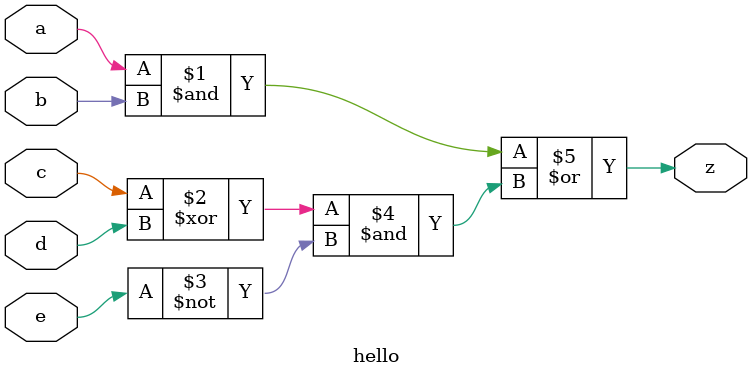
<source format=v>
 module hello(
 input a ,b, c , d , e ,
 output  z
 );
 assign z =((a & b) | (c^d)& ~e);
 endmodule

</source>
